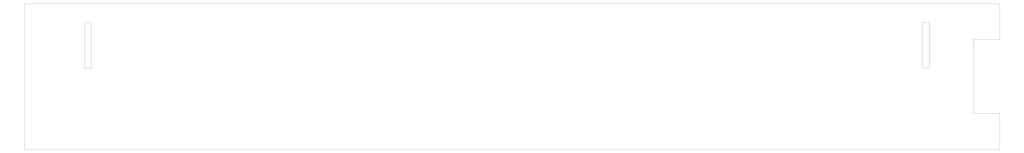
<source format=gbr>
%TF.GenerationSoftware,KiCad,Pcbnew,9.0.2*%
%TF.CreationDate,2025-07-25T15:15:28+08:00*%
%TF.ProjectId,accum_pcb_up,61636375-6d5f-4706-9362-5f75702e6b69,rev?*%
%TF.SameCoordinates,Original*%
%TF.FileFunction,Profile,NP*%
%FSLAX46Y46*%
G04 Gerber Fmt 4.6, Leading zero omitted, Abs format (unit mm)*
G04 Created by KiCad (PCBNEW 9.0.2) date 2025-07-25 15:15:28*
%MOMM*%
%LPD*%
G01*
G04 APERTURE LIST*
%TA.AperFunction,Profile*%
%ADD10C,0.050000*%
%TD*%
G04 APERTURE END LIST*
D10*
X495270319Y-190186000D02*
X495270319Y-169186000D01*
X80128667Y-227618006D02*
X80128667Y-160686000D01*
X110758000Y-190175000D02*
X107757652Y-190175000D01*
X527610706Y-211118006D02*
X527611000Y-227619000D01*
X515610738Y-211118006D02*
X515610884Y-177186000D01*
X527610959Y-160686000D02*
X80128667Y-160686000D01*
X527609000Y-211118006D02*
X515610738Y-211118006D01*
X107758000Y-169175000D02*
X107757652Y-190175000D01*
X80128667Y-227618006D02*
X527611000Y-227619000D01*
X527610906Y-177186000D02*
X515610884Y-177186000D01*
X492270319Y-169186000D02*
X492270319Y-190186000D01*
X492270319Y-169186000D02*
X495270319Y-169186000D01*
X110758000Y-169175000D02*
X107758000Y-169175000D01*
X492270319Y-190186000D02*
X495270319Y-190186000D01*
X110758000Y-190175000D02*
X110758000Y-169175000D01*
X527610959Y-160686000D02*
X527610906Y-177186000D01*
M02*

</source>
